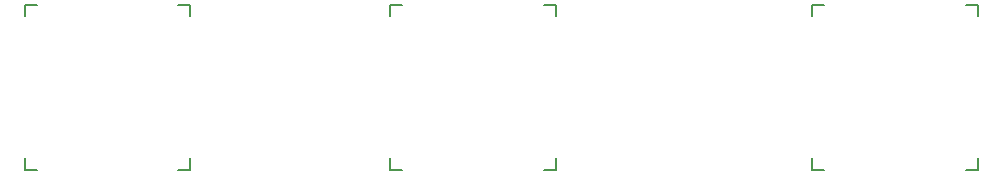
<source format=gbr>
G04 #@! TF.GenerationSoftware,KiCad,Pcbnew,(6.0.7)*
G04 #@! TF.CreationDate,2022-09-06T15:46:34+02:00*
G04 #@! TF.ProjectId,plain60-flex-edition,706c6169-6e36-4302-9d66-6c65782d6564,rev?*
G04 #@! TF.SameCoordinates,Original*
G04 #@! TF.FileFunction,Legend,Top*
G04 #@! TF.FilePolarity,Positive*
%FSLAX46Y46*%
G04 Gerber Fmt 4.6, Leading zero omitted, Abs format (unit mm)*
G04 Created by KiCad (PCBNEW (6.0.7)) date 2022-09-06 15:46:34*
%MOMM*%
%LPD*%
G01*
G04 APERTURE LIST*
%ADD10C,0.150000*%
G04 APERTURE END LIST*
D10*
X103631250Y-92725000D02*
X104631250Y-92725000D01*
X104631250Y-78725000D02*
X104631250Y-79725000D01*
X90631250Y-92725000D02*
X91631250Y-92725000D01*
X90631250Y-79725000D02*
X90631250Y-78725000D01*
X90631250Y-92725000D02*
X90631250Y-91725000D01*
X104631250Y-91725000D02*
X104631250Y-92725000D01*
X104631250Y-78725000D02*
X103631250Y-78725000D01*
X91631250Y-78725000D02*
X90631250Y-78725000D01*
X157306250Y-92725000D02*
X157306250Y-91725000D01*
X171306250Y-78725000D02*
X170306250Y-78725000D01*
X171306250Y-78725000D02*
X171306250Y-79725000D01*
X157306250Y-79725000D02*
X157306250Y-78725000D01*
X171306250Y-91725000D02*
X171306250Y-92725000D01*
X158306250Y-78725000D02*
X157306250Y-78725000D01*
X157306250Y-92725000D02*
X158306250Y-92725000D01*
X170306250Y-92725000D02*
X171306250Y-92725000D01*
X122587500Y-78725000D02*
X121587500Y-78725000D01*
X135587500Y-78725000D02*
X135587500Y-79725000D01*
X134587500Y-92725000D02*
X135587500Y-92725000D01*
X135587500Y-78725000D02*
X134587500Y-78725000D01*
X121587500Y-92725000D02*
X121587500Y-91725000D01*
X121587500Y-92725000D02*
X122587500Y-92725000D01*
X135587500Y-91725000D02*
X135587500Y-92725000D01*
X121587500Y-79725000D02*
X121587500Y-78725000D01*
M02*

</source>
